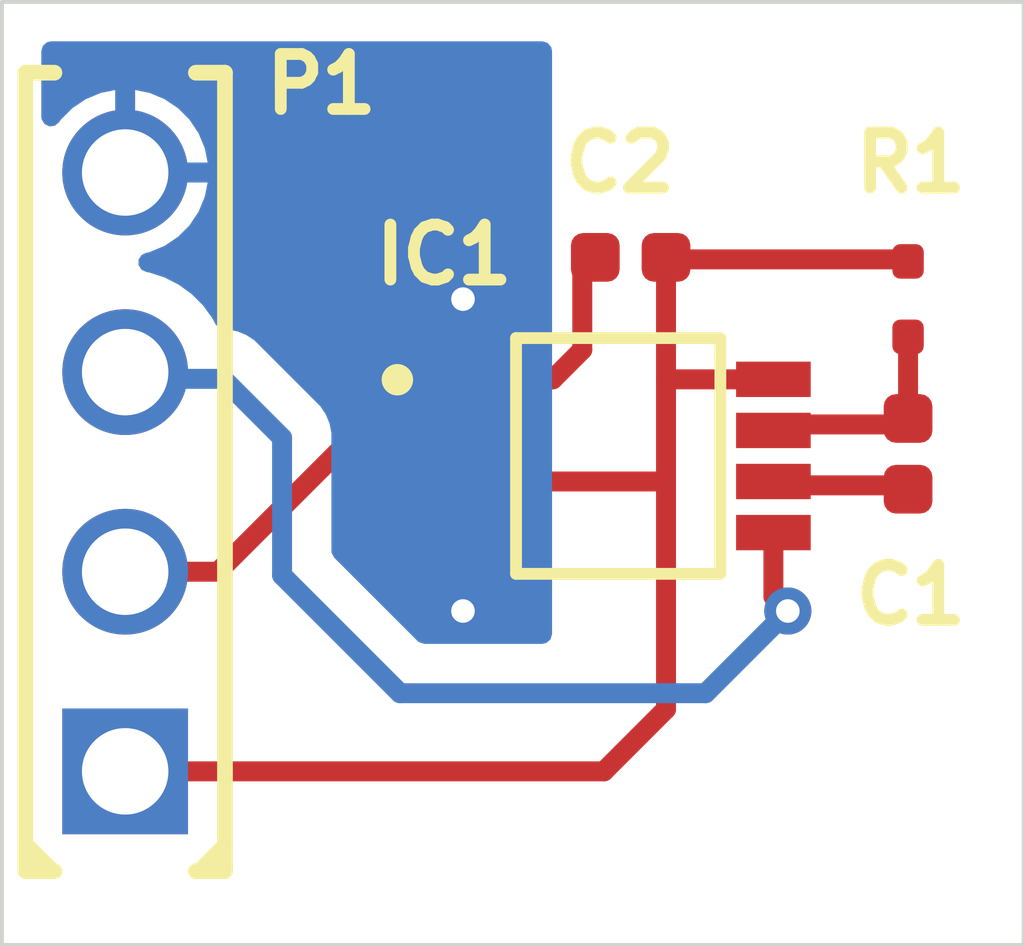
<source format=kicad_pcb>
(kicad_pcb (version 20241229) (generator "pcbnew") (generator_version "9.0")
  (layers (0 "F.Cu" signal "Top Layer") (2 "B.Cu" signal "Bottom Layer") (13 "F.Paste" user "Top Paste") (15 "B.Paste" user "Bottom Paste") (5 "F.SilkS" user "Top Overlay") (7 "B.SilkS" user "Bottom Overlay") (1 "F.Mask" user "Top Solder") (3 "B.Mask" user "Bottom Solder") (25 "Edge.Cuts" user))
  (property "CHK_APP_DATE" "--/--/--")
  (property "DSN_APP_DATE" "--/--/--")
  (property "ENG_APP_DATE" "--/--/--")
  (property "SHEETTOTAL" "1")
  (net 0 "")
  (net 1 "NetIC1_5")
  (net 2 "NetIC1_2")
  (net 3 "NetC1_2")
  (net 4 "NetC1_1")
  (net 5 "VCC")
  (net 6 "GND")
  (footprint "Library:CAPC1005X55N" (layer "F.Cu") (at 150.0011 102.2536)
    (property "Reference" "C2" (at -0.13827 -1.20419 0) (layer "F.SilkS") (effects (font (size 0.7 0.7))))
    (property "Value" "0.1µF" (hide yes))
    (pad "1" smd roundrect (at -0.45 0) (size 0.62 0.62) (layers "F.Cu" "F.Mask" "F.Paste") (net 6 "GND"))
    (pad "2" smd roundrect (at 0.45 0) (size 0.62 0.62) (layers "F.Cu" "F.Mask" "F.Paste") (net 5 "VCC"))
  )
  (footprint "Library:RESC1005X04L" (layer "F.Cu") (at 153.5311 102.785 90)
    (property "Reference" "R1" (at 1.73559 0.03439 0) (layer "F.SilkS") (effects (font (size 0.7 0.7))))
    (property "Value" "1k" (hide yes))
    (pad "1" smd roundrect (at -0.48 0 180) (size 0.4 0.44) (layers "F.Cu" "F.Mask" "F.Paste") (net 3 "NetC1_2"))
    (pad "2" smd roundrect (at 0.48 0 180) (size 0.4 0.44) (layers "F.Cu" "F.Mask" "F.Paste") (net 5 "VCC"))
  )
  (footprint "Library:CAPC1005X55N" (layer "F.Cu") (at 153.5311 104.7536 90)
    (property "Reference" "C1" (at -1.79581 0.03439 0) (layer "F.SilkS") (effects (font (size 0.7 0.7))))
    (property "Value" "22pF" (hide yes))
    (pad "1" smd roundrect (at -0.45 0 90) (size 0.62 0.62) (layers "F.Cu" "F.Mask" "F.Paste") (net 4 "NetC1_1"))
    (pad "2" smd roundrect (at 0.45 0 90) (size 0.62 0.62) (layers "F.Cu" "F.Mask" "F.Paste") (net 3 "NetC1_2"))
  )
  (footprint "Library:HDR1X4" (layer "F.Cu") (at 143.5687 104.9838 90)
    (property "Reference" "P1" (at 4.93439 2.49679 0) (layer "F.SilkS") (effects (font (size 0.7 0.7))))
    (property "Value" "M20-9990446" (hide yes))
    (fp_line (start 5.08 -1.27) (end 5.08 -0.9) (stroke (width 0.2)) (layer "F.SilkS"))
    (fp_line (start -5.08 -1.27) (end 5.08 -1.27) (stroke (width 0.2)) (layer "F.SilkS"))
    (fp_line (start -5.08 -1.27) (end -5.08 -0.9) (stroke (width 0.2)) (layer "F.SilkS"))
    (fp_line (start -4.75 -1.25) (end -5.08 -0.92) (stroke (width 0.2)) (layer "F.SilkS"))
    (fp_line (start -5.08 -0.92) (end -5.08 -0.9) (stroke (width 0.2)) (layer "F.SilkS"))
    (fp_line (start 5.08 0.9) (end 5.08 1.27) (stroke (width 0.2)) (layer "F.SilkS"))
    (fp_line (start -5.08 0.9) (end -5.08 0.94) (stroke (width 0.2)) (layer "F.SilkS"))
    (fp_line (start -5.08 0.9) (end -5.08 1.27) (stroke (width 0.2)) (layer "F.SilkS"))
    (fp_line (start -5.08 0.94) (end -4.75 1.27) (stroke (width 0.2)) (layer "F.SilkS"))
    (fp_line (start -5.08 1.27) (end 5.08 1.27) (stroke (width 0.2)) (layer "F.SilkS"))
    (pad "1" thru_hole rect (at -3.81 0 90) (size 1.6 1.6) (drill 1.1) (layers "*.Cu" "*.Mask") (net 5 "VCC"))
    (pad "2" thru_hole circle (at -1.27 0 90) (size 1.6 1.6) (drill 1.1) (layers "*.Cu" "*.Mask") (net 2 "NetIC1_2"))
    (pad "3" thru_hole circle (at 1.27 0 90) (size 1.6 1.6) (drill 1.1) (layers "*.Cu" "*.Mask") (net 1 "NetIC1_5"))
    (pad "4" thru_hole circle (at 3.81 0 90) (size 1.6 1.6) (drill 1.1) (layers "*.Cu" "*.Mask") (net 6 "GND"))
  )
  (footprint "Library:TSSOP8" (layer "F.Cu") (at 149.8425 104.7806)
    (property "Reference" "IC1" (at -2.21532 -2.56034 0) (layer "F.SilkS") (effects (font (size 0.7 0.7))))
    (property "Value" "74LVC1G123DP,125" (hide yes))
    (fp_line (start -1.3 -1.5) (end 1.3 -1.5) (stroke (width 0.15)) (layer "F.SilkS"))
    (fp_line (start -1.3 1.5) (end -1.3 -1.5) (stroke (width 0.15)) (layer "F.SilkS"))
    (fp_line (start -1.3 1.5) (end 1.3 1.5) (stroke (width 0.15)) (layer "F.SilkS"))
    (fp_line (start 1.3 1.5) (end 1.3 -1.5) (stroke (width 0.15)) (layer "F.SilkS"))
    (fp_circle (center -2.81 -0.97) (end -2.81 -1.07) (stroke (width 0.2)) (fill no) (layer "F.SilkS"))
    (pad "1" smd rect (at -1.975 -0.975) (size 0.95 0.45) (layers "F.Cu" "F.Mask" "F.Paste") (net 6 "GND"))
    (pad "2" smd rect (at -1.975 -0.325) (size 0.95 0.45) (layers "F.Cu" "F.Mask" "F.Paste") (net 2 "NetIC1_2"))
    (pad "3" smd rect (at -1.975 0.325) (size 0.95 0.45) (layers "F.Cu" "F.Mask" "F.Paste") (net 5 "VCC"))
    (pad "4" smd rect (at -1.975 0.975) (size 0.95 0.45) (layers "F.Cu" "F.Mask" "F.Paste") (net 6 "GND"))
    (pad "5" smd rect (at 1.975 0.975) (size 0.95 0.45) (layers "F.Cu" "F.Mask" "F.Paste") (net 1 "NetIC1_5"))
    (pad "6" smd rect (at 1.975 0.325) (size 0.95 0.45) (layers "F.Cu" "F.Mask" "F.Paste") (net 4 "NetC1_1"))
    (pad "7" smd rect (at 1.975 -0.325) (size 0.95 0.45) (layers "F.Cu" "F.Mask" "F.Paste") (net 3 "NetC1_2"))
    (pad "8" smd rect (at 1.975 -0.975) (size 0.95 0.45) (layers "F.Cu" "F.Mask" "F.Paste") (net 5 "VCC"))
  )
  (gr_line (start 155.0011 111.0036) (end 142.0011 111.0036) (stroke (width 0.05)) (layer "Edge.Cuts"))
  (gr_line (start 155.0011 99.0036) (end 155.0011 111.0036) (stroke (width 0.05)) (layer "Edge.Cuts"))
  (gr_line (start 142.0011 99.0036) (end 155.0011 99.0036) (stroke (width 0.05)) (layer "Edge.Cuts"))
  (gr_line (start 142.0011 111.0036) (end 142.0011 99.0036) (stroke (width 0.05)) (layer "Edge.Cuts"))
  (segment (start 151.8175 106.57) (end 152.0011 106.7536) (width 0.254) (layer "F.Cu") (net 1))
  (segment (start 151.8175 106.57) (end 151.8175 105.7556) (width 0.254) (layer "F.Cu") (net 1))
  (via (at 152.0011 106.7536) (size 0.6) (drill 0.3) (layers "F.Cu" "B.Cu") (net 1))
  (segment (start 143.65431 103.79941) (end 143.5687 103.7138) (width 0.254) (layer "B.Cu") (net 1))
  (segment (start 152.0011 106.7536) (end 150.95529 107.79941) (width 0.254) (layer "B.Cu") (net 1))
  (segment (start 145.56549 106.29941) (end 145.56549 104.54941) (width 0.254) (layer "B.Cu") (net 1))
  (segment (start 150.95529 107.79941) (end 147.06549 107.79941) (width 0.254) (layer "B.Cu") (net 1))
  (segment (start 144.81549 103.79941) (end 143.65431 103.79941) (width 0.254) (layer "B.Cu") (net 1))
  (segment (start 147.06549 107.79941) (end 145.56549 106.29941) (width 0.254) (layer "B.Cu") (net 1))
  (segment (start 145.56549 104.54941) (end 144.81549 103.79941) (width 0.254) (layer "B.Cu") (net 1))
  (segment (start 144.7509 106.2538) (end 146.5491 104.4556) (width 0.254) (layer "F.Cu") (net 2))
  (segment (start 143.5687 106.2538) (end 144.7509 106.2538) (width 0.254) (layer "F.Cu") (net 2))
  (segment (start 146.5491 104.4556) (end 147.8675 104.4556) (width 0.254) (layer "F.Cu") (net 2))
  (segment (start 153.4551 104.3796) (end 153.5311 104.3036) (width 0.254) (layer "F.Cu") (net 3))
  (segment (start 153.5311 104.3036) (end 153.5311 103.265) (width 0.254) (layer "F.Cu") (net 3))
  (segment (start 151.8175 104.4556) (end 151.8935 104.3796) (width 0.254) (layer "F.Cu") (net 3))
  (segment (start 151.8935 104.3796) (end 153.4551 104.3796) (width 0.254) (layer "F.Cu") (net 3))
  (segment (start 151.8175 105.1056) (end 151.8665 105.1546) (width 0.254) (layer "F.Cu") (net 4))
  (segment (start 153.4821 105.1546) (end 153.5311 105.2036) (width 0.254) (layer "F.Cu") (net 4))
  (segment (start 151.8665 105.1546) (end 153.4821 105.1546) (width 0.254) (layer "F.Cu") (net 4))
  (segment (start 150.4021 105.1056) (end 150.4511 105.1546) (width 0.254) (layer "F.Cu") (net 5))
  (segment (start 150.4511 103.8056) (end 151.8175 103.8056) (width 0.254) (layer "F.Cu") (net 5))
  (segment (start 150.4511 103.8056) (end 150.4511 102.2536) (width 0.254) (layer "F.Cu") (net 5))
  (segment (start 150.4768 102.2793) (end 153.5054 102.2793) (width 0.254) (layer "F.Cu") (net 5))
  (segment (start 147.8675 105.1056) (end 150.4021 105.1056) (width 0.254) (layer "F.Cu") (net 5))
  (segment (start 150.4511 102.2536) (end 150.4768 102.2793) (width 0.254) (layer "F.Cu") (net 5))
  (segment (start 149.6609 108.7938) (end 150.4511 108.0036) (width 0.254) (layer "F.Cu") (net 5))
  (segment (start 143.5687 108.7938) (end 149.6609 108.7938) (width 0.254) (layer "F.Cu") (net 5))
  (segment (start 150.4511 108.0036) (end 150.4511 105.1546) (width 0.254) (layer "F.Cu") (net 5))
  (segment (start 153.5054 102.2793) (end 153.5311 102.305) (width 0.254) (layer "F.Cu") (net 5))
  (segment (start 150.4511 105.1546) (end 150.4511 103.8056) (width 0.254) (layer "F.Cu") (net 5))
  (segment (start 143.5687 101.1738) (end 143.6485 101.2536) (width 0.254) (layer "F.Cu") (net 6))
  (segment (start 147.8675 106.7536) (end 147.8675 105.7556) (width 0.254) (layer "F.Cu") (net 6))
  (segment (start 149.0105 103.8056) (end 149.38539 103.43071) (width 0.254) (layer "F.Cu") (net 6))
  (segment (start 147.8675 103.8056) (end 147.8675 102.785) (width 0.254) (layer "F.Cu") (net 6))
  (segment (start 149.38539 103.43071) (end 149.38539 102.41931) (width 0.254) (layer "F.Cu") (net 6))
  (segment (start 147.8675 103.8056) (end 149.0105 103.8056) (width 0.254) (layer "F.Cu") (net 6))
  (segment (start 149.38539 102.41931) (end 149.5511 102.2536) (width 0.254) (layer "F.Cu") (net 6))
  (via (at 147.8675 102.785) (size 0.6) (drill 0.3) (layers "F.Cu" "B.Cu") (net 6))
  (via (at 147.8675 106.7536) (size 0.6) (drill 0.3) (layers "F.Cu" "B.Cu") (net 6))
  (zone (net 6) (net_name "GND") (layer "B.Cu") (connect_pads (clearance 0.5)) (min_thickness 0.25) (fill yes (thermal_gap 0.254) (thermal_bridge_width 0.254))
    (polygon (pts (xy 149.0011 99.0036) (xy 149.0011 111.0036) (xy 142.0011 111.0036) (xy 142.00109 111.00361) (xy 142.00109 99.00359)))
  )
)
</source>
